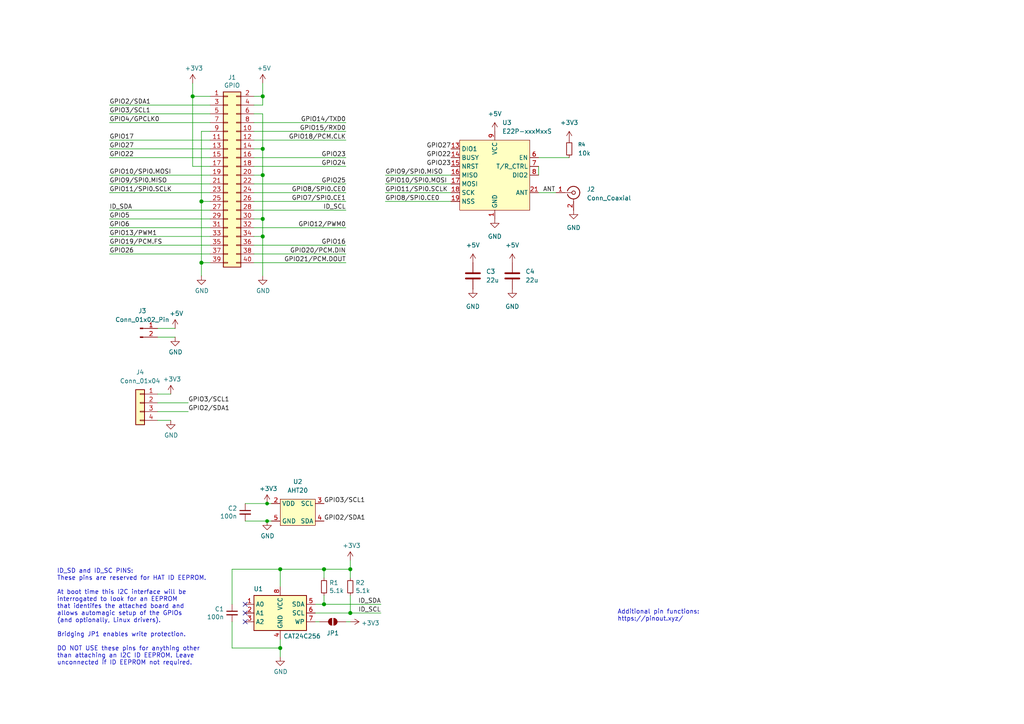
<source format=kicad_sch>
(kicad_sch (version 20250114) (generator "eeschema") (generator_version "9.0")
  (paper "A4")
  (title_block (date "15 nov 2012"))
  (lib_symbols
    (symbol "Connector:Conn_01x02_Pin" (pin_names (offset 1.016) (hide yes))
      (property "Reference" "J" (at 0 2.54 0))
      (property "Value" "Conn_01x02_Pin" (at 0 -5.08 0))
      (symbol "Conn_01x02_Pin_1_1"
        (rectangle (start 0.8636 0.127) (end 0 -0.127) (stroke (width 0.1524)) (fill (type outline)))
        (rectangle (start 0.8636 -2.413) (end 0 -2.667) (stroke (width 0.1524)) (fill (type outline)))
        (polyline (pts (xy 1.27 0) (xy 0.8636 0)) (stroke (width 0.1524)))
        (polyline (pts (xy 1.27 -2.54) (xy 0.8636 -2.54)) (stroke (width 0.1524)))
        (pin passive line (at 5.08 0 180) (length 3.81) (name "Pin_1") (number "1"))
        (pin passive line (at 5.08 -2.54 180) (length 3.81) (name "Pin_2") (number "2"))
      )
    )
    (symbol "Connector:Conn_Coaxial" (pin_names (offset 1.016) (hide yes))
      (property "Reference" "J" (at 0.254 3.048 0))
      (property "Value" "Conn_Coaxial" (at 2.921 0 90))
      (symbol "Conn_Coaxial_0_1"
        (polyline (pts (xy -2.54 0) (xy -0.508 0)))
        (arc (start 1.778 0) (mid 0.222 -1.8079) (end -1.778 -0.508) (stroke (width 0.254)))
        (arc (start -1.778 0.508) (mid 0.2221 1.8084) (end 1.778 0) (stroke (width 0.254)))
        (circle (center 0 0) (radius 0.508) (stroke (width 0.2032)))
        (polyline (pts (xy 0 -2.54) (xy 0 -1.778)))
      )
      (symbol "Conn_Coaxial_1_1"
        (pin passive line (at -5.08 0 0) (length 2.54) (name "In") (number "1"))
        (pin passive line (at 0 -5.08 90) (length 2.54) (name "Ext") (number "2"))
      )
    )
    (symbol "Connector_Generic:Conn_01x04" (pin_names (offset 1.016) (hide yes))
      (property "Reference" "J" (at 0 5.08 0))
      (property "Value" "Conn_01x04" (at 0 -7.62 0))
      (symbol "Conn_01x04_1_1"
        (rectangle (start -1.27 3.81) (end 1.27 -6.35) (stroke (width 0.254)) (fill (type background)))
        (rectangle (start -1.27 2.667) (end 0 2.413) (stroke (width 0.1524)))
        (rectangle (start -1.27 0.127) (end 0 -0.127) (stroke (width 0.1524)))
        (rectangle (start -1.27 -2.413) (end 0 -2.667) (stroke (width 0.1524)))
        (rectangle (start -1.27 -4.953) (end 0 -5.207) (stroke (width 0.1524)))
        (pin passive line (at -5.08 2.54 0) (length 3.81) (name "Pin_1") (number "1"))
        (pin passive line (at -5.08 0 0) (length 3.81) (name "Pin_2") (number "2"))
        (pin passive line (at -5.08 -2.54 0) (length 3.81) (name "Pin_3") (number "3"))
        (pin passive line (at -5.08 -5.08 0) (length 3.81) (name "Pin_4") (number "4"))
      )
    )
    (symbol "Connector_Generic:Conn_02x20_Odd_Even" (pin_names (offset 1.016) (hide yes))
      (property "Reference" "J" (at 1.27 25.4 0))
      (property "Value" "Conn_02x20_Odd_Even" (at 1.27 -27.94 0))
      (symbol "Conn_02x20_Odd_Even_1_1"
        (rectangle (start -1.27 24.13) (end 3.81 -26.67) (stroke (width 0.254)) (fill (type background)))
        (rectangle (start -1.27 22.987) (end 0 22.733) (stroke (width 0.1524)))
        (rectangle (start -1.27 20.447) (end 0 20.193) (stroke (width 0.1524)))
        (rectangle (start -1.27 17.907) (end 0 17.653) (stroke (width 0.1524)))
        (rectangle (start -1.27 15.367) (end 0 15.113) (stroke (width 0.1524)))
        (rectangle (start -1.27 12.827) (end 0 12.573) (stroke (width 0.1524)))
        (rectangle (start -1.27 10.287) (end 0 10.033) (stroke (width 0.1524)))
        (rectangle (start -1.27 7.747) (end 0 7.493) (stroke (width 0.1524)))
        (rectangle (start -1.27 5.207) (end 0 4.953) (stroke (width 0.1524)))
        (rectangle (start -1.27 2.667) (end 0 2.413) (stroke (width 0.1524)))
        (rectangle (start -1.27 0.127) (end 0 -0.127) (stroke (width 0.1524)))
        (rectangle (start -1.27 -2.413) (end 0 -2.667) (stroke (width 0.1524)))
        (rectangle (start -1.27 -4.953) (end 0 -5.207) (stroke (width 0.1524)))
        (rectangle (start -1.27 -7.493) (end 0 -7.747) (stroke (width 0.1524)))
        (rectangle (start -1.27 -10.033) (end 0 -10.287) (stroke (width 0.1524)))
        (rectangle (start -1.27 -12.573) (end 0 -12.827) (stroke (width 0.1524)))
        (rectangle (start -1.27 -15.113) (end 0 -15.367) (stroke (width 0.1524)))
        (rectangle (start -1.27 -17.653) (end 0 -17.907) (stroke (width 0.1524)))
        (rectangle (start -1.27 -20.193) (end 0 -20.447) (stroke (width 0.1524)))
        (rectangle (start -1.27 -22.733) (end 0 -22.987) (stroke (width 0.1524)))
        (rectangle (start -1.27 -25.273) (end 0 -25.527) (stroke (width 0.1524)))
        (rectangle (start 3.81 22.987) (end 2.54 22.733) (stroke (width 0.1524)))
        (rectangle (start 3.81 20.447) (end 2.54 20.193) (stroke (width 0.1524)))
        (rectangle (start 3.81 17.907) (end 2.54 17.653) (stroke (width 0.1524)))
        (rectangle (start 3.81 15.367) (end 2.54 15.113) (stroke (width 0.1524)))
        (rectangle (start 3.81 12.827) (end 2.54 12.573) (stroke (width 0.1524)))
        (rectangle (start 3.81 10.287) (end 2.54 10.033) (stroke (width 0.1524)))
        (rectangle (start 3.81 7.747) (end 2.54 7.493) (stroke (width 0.1524)))
        (rectangle (start 3.81 5.207) (end 2.54 4.953) (stroke (width 0.1524)))
        (rectangle (start 3.81 2.667) (end 2.54 2.413) (stroke (width 0.1524)))
        (rectangle (start 3.81 0.127) (end 2.54 -0.127) (stroke (width 0.1524)))
        (rectangle (start 3.81 -2.413) (end 2.54 -2.667) (stroke (width 0.1524)))
        (rectangle (start 3.81 -4.953) (end 2.54 -5.207) (stroke (width 0.1524)))
        (rectangle (start 3.81 -7.493) (end 2.54 -7.747) (stroke (width 0.1524)))
        (rectangle (start 3.81 -10.033) (end 2.54 -10.287) (stroke (width 0.1524)))
        (rectangle (start 3.81 -12.573) (end 2.54 -12.827) (stroke (width 0.1524)))
        (rectangle (start 3.81 -15.113) (end 2.54 -15.367) (stroke (width 0.1524)))
        (rectangle (start 3.81 -17.653) (end 2.54 -17.907) (stroke (width 0.1524)))
        (rectangle (start 3.81 -20.193) (end 2.54 -20.447) (stroke (width 0.1524)))
        (rectangle (start 3.81 -22.733) (end 2.54 -22.987) (stroke (width 0.1524)))
        (rectangle (start 3.81 -25.273) (end 2.54 -25.527) (stroke (width 0.1524)))
        (pin passive line (at -5.08 22.86 0) (length 3.81) (name "Pin_1") (number "1"))
        (pin passive line (at -5.08 20.32 0) (length 3.81) (name "Pin_3") (number "3"))
        (pin passive line (at -5.08 17.78 0) (length 3.81) (name "Pin_5") (number "5"))
        (pin passive line (at -5.08 15.24 0) (length 3.81) (name "Pin_7") (number "7"))
        (pin passive line (at -5.08 12.7 0) (length 3.81) (name "Pin_9") (number "9"))
        (pin passive line (at -5.08 10.16 0) (length 3.81) (name "Pin_11") (number "11"))
        (pin passive line (at -5.08 7.62 0) (length 3.81) (name "Pin_13") (number "13"))
        (pin passive line (at -5.08 5.08 0) (length 3.81) (name "Pin_15") (number "15"))
        (pin passive line (at -5.08 2.54 0) (length 3.81) (name "Pin_17") (number "17"))
        (pin passive line (at -5.08 0 0) (length 3.81) (name "Pin_19") (number "19"))
        (pin passive line (at -5.08 -2.54 0) (length 3.81) (name "Pin_21") (number "21"))
        (pin passive line (at -5.08 -5.08 0) (length 3.81) (name "Pin_23") (number "23"))
        (pin passive line (at -5.08 -7.62 0) (length 3.81) (name "Pin_25") (number "25"))
        (pin passive line (at -5.08 -10.16 0) (length 3.81) (name "Pin_27") (number "27"))
        (pin passive line (at -5.08 -12.7 0) (length 3.81) (name "Pin_29") (number "29"))
        (pin passive line (at -5.08 -15.24 0) (length 3.81) (name "Pin_31") (number "31"))
        (pin passive line (at -5.08 -17.78 0) (length 3.81) (name "Pin_33") (number "33"))
        (pin passive line (at -5.08 -20.32 0) (length 3.81) (name "Pin_35") (number "35"))
        (pin passive line (at -5.08 -22.86 0) (length 3.81) (name "Pin_37") (number "37"))
        (pin passive line (at -5.08 -25.4 0) (length 3.81) (name "Pin_39") (number "39"))
        (pin passive line (at 7.62 22.86 180) (length 3.81) (name "Pin_2") (number "2"))
        (pin passive line (at 7.62 20.32 180) (length 3.81) (name "Pin_4") (number "4"))
        (pin passive line (at 7.62 17.78 180) (length 3.81) (name "Pin_6") (number "6"))
        (pin passive line (at 7.62 15.24 180) (length 3.81) (name "Pin_8") (number "8"))
        (pin passive line (at 7.62 12.7 180) (length 3.81) (name "Pin_10") (number "10"))
        (pin passive line (at 7.62 10.16 180) (length 3.81) (name "Pin_12") (number "12"))
        (pin passive line (at 7.62 7.62 180) (length 3.81) (name "Pin_14") (number "14"))
        (pin passive line (at 7.62 5.08 180) (length 3.81) (name "Pin_16") (number "16"))
        (pin passive line (at 7.62 2.54 180) (length 3.81) (name "Pin_18") (number "18"))
        (pin passive line (at 7.62 0 180) (length 3.81) (name "Pin_20") (number "20"))
        (pin passive line (at 7.62 -2.54 180) (length 3.81) (name "Pin_22") (number "22"))
        (pin passive line (at 7.62 -5.08 180) (length 3.81) (name "Pin_24") (number "24"))
        (pin passive line (at 7.62 -7.62 180) (length 3.81) (name "Pin_26") (number "26"))
        (pin passive line (at 7.62 -10.16 180) (length 3.81) (name "Pin_28") (number "28"))
        (pin passive line (at 7.62 -12.7 180) (length 3.81) (name "Pin_30") (number "30"))
        (pin passive line (at 7.62 -15.24 180) (length 3.81) (name "Pin_32") (number "32"))
        (pin passive line (at 7.62 -17.78 180) (length 3.81) (name "Pin_34") (number "34"))
        (pin passive line (at 7.62 -20.32 180) (length 3.81) (name "Pin_36") (number "36"))
        (pin passive line (at 7.62 -22.86 180) (length 3.81) (name "Pin_38") (number "38"))
        (pin passive line (at 7.62 -25.4 180) (length 3.81) (name "Pin_40") (number "40"))
      )
    )
    (symbol "Device:C" (pin_numbers (hide yes)) (pin_names (offset 0.254))
      (property "Reference" "C" (at 0.635 2.54 0))
      (property "Value" "C" (at 0.635 -2.54 0))
      (symbol "C_0_1"
        (polyline (pts (xy -2.032 0.762) (xy 2.032 0.762)) (stroke (width 0.508)))
        (polyline (pts (xy -2.032 -0.762) (xy 2.032 -0.762)) (stroke (width 0.508)))
      )
      (symbol "C_1_1"
        (pin passive line (at 0 3.81 270) (length 2.794) (name "~") (number "1"))
        (pin passive line (at 0 -3.81 90) (length 2.794) (name "~") (number "2"))
      )
    )
    (symbol "Device:C_Small" (pin_numbers (hide yes)) (pin_names (offset 0.254) (hide yes))
      (property "Reference" "C" (at 0.254 1.778 0))
      (property "Value" "C_Small" (at 0.254 -2.032 0))
      (symbol "C_Small_0_1"
        (polyline (pts (xy -1.524 0.508) (xy 1.524 0.508)) (stroke (width 0.3048)))
        (polyline (pts (xy -1.524 -0.508) (xy 1.524 -0.508)) (stroke (width 0.3302)))
      )
      (symbol "C_Small_1_1"
        (pin passive line (at 0 2.54 270) (length 2.032) (name "~") (number "1"))
        (pin passive line (at 0 -2.54 90) (length 2.032) (name "~") (number "2"))
      )
    )
    (symbol "Device:R_Small" (pin_numbers (hide yes)) (pin_names (offset 0.254) (hide yes))
      (property "Reference" "R" (at 0.762 0.508 0))
      (property "Value" "R_Small" (at 0.762 -1.016 0))
      (symbol "R_Small_0_1"
        (rectangle (start -0.762 1.778) (end 0.762 -1.778) (stroke (width 0.2032)))
      )
      (symbol "R_Small_1_1"
        (pin passive line (at 0 2.54 270) (length 0.762) (name "~") (number "1"))
        (pin passive line (at 0 -2.54 90) (length 0.762) (name "~") (number "2"))
      )
    )
    (symbol "Jumper:SolderJumper_2_Open" (pin_numbers (hide yes)) (pin_names (offset 0) (hide yes)) (exclude_from_sim yes) (in_bom no)
      (property "Reference" "JP" (at 0 2.032 0))
      (property "Value" "SolderJumper_2_Open" (at 0 -2.54 0))
      (symbol "SolderJumper_2_Open_0_1"
        (polyline (pts (xy -0.254 1.016) (xy -0.254 -1.016)))
        (arc (start -0.254 -1.016) (mid -1.2656 0) (end -0.254 1.016))
        (arc (start -0.254 -1.016) (mid -1.2656 0) (end -0.254 1.016) (fill (type outline)))
        (arc (start 0.254 1.016) (mid 1.2656 0) (end 0.254 -1.016))
        (arc (start 0.254 1.016) (mid 1.2656 0) (end 0.254 -1.016) (fill (type outline)))
        (polyline (pts (xy 0.254 1.016) (xy 0.254 -1.016)))
      )
      (symbol "SolderJumper_2_Open_1_1"
        (pin passive line (at -3.81 0 0) (length 2.54) (name "A") (number "1"))
        (pin passive line (at 3.81 0 180) (length 2.54) (name "B") (number "2"))
      )
    )
    (symbol "Memory_EEPROM:CAT24C256"
      (property "Reference" "U" (at -6.35 6.35 0))
      (property "Value" "CAT24C256" (at 1.27 6.35 0))
      (symbol "CAT24C256_1_1"
        (rectangle (start -7.62 5.08) (end 7.62 -5.08) (stroke (width 0.254)) (fill (type background)))
        (pin input line (at -10.16 2.54 0) (length 2.54) (name "A0") (number "1"))
        (pin input line (at -10.16 0 0) (length 2.54) (name "A1") (number "2"))
        (pin input line (at -10.16 -2.54 0) (length 2.54) (name "A2") (number "3"))
        (pin power_in line (at 0 7.62 270) (length 2.54) (name "VCC") (number "8"))
        (pin power_in line (at 0 -7.62 90) (length 2.54) (name "GND") (number "4"))
        (pin bidirectional line (at 10.16 2.54 180) (length 2.54) (name "SDA") (number "5"))
        (pin input line (at 10.16 0 180) (length 2.54) (name "SCL") (number "6"))
        (pin input line (at 10.16 -2.54 180) (length 2.54) (name "WP") (number "7"))
      )
    )
    (symbol "R_Small_2" (pin_numbers (hide yes)) (pin_names (offset 0.254) (hide yes))
      (property "Reference" "R" (at 0 0 90))
      (property "Value" "R_Small" (at 1.778 0 90))
      (symbol "R_Small_2_0_1"
        (rectangle (start -0.762 1.778) (end 0.762 -1.778) (stroke (width 0.2032)))
      )
      (symbol "R_Small_2_1_1"
        (pin passive line (at 0 2.54 270) (length 0.762) (name "~") (number "1"))
        (pin passive line (at 0 -2.54 90) (length 0.762) (name "~") (number "2"))
      )
    )
    (symbol "power:+3.3V" (power) (pin_numbers (hide yes)) (pin_names (offset 0) (hide yes))
      (property "Value" "+3.3V" (at 0 3.556 0))
      (symbol "+3.3V_0_1"
        (polyline (pts (xy -0.762 1.27) (xy 0 2.54)))
        (polyline (pts (xy 0 2.54) (xy 0.762 1.27)))
        (polyline (pts (xy 0 0) (xy 0 2.54)))
      )
      (symbol "+3.3V_1_1"
        (pin power_in line (at 0 0 90) (length 0) (name "~") (number "1"))
      )
    )
    (symbol "power:+3V3" (power) (pin_numbers (hide yes)) (pin_names (offset 0) (hide yes))
      (property "Value" "+3V3" (at 0 3.556 0))
      (symbol "+3V3_0_1"
        (polyline (pts (xy -0.762 1.27) (xy 0 2.54)))
        (polyline (pts (xy 0 2.54) (xy 0.762 1.27)))
        (polyline (pts (xy 0 0) (xy 0 2.54)))
      )
      (symbol "+3V3_1_1"
        (pin power_in line (at 0 0 90) (length 0) (name "~") (number "1"))
      )
    )
    (symbol "power:+5V" (power) (pin_numbers (hide yes)) (pin_names (offset 0) (hide yes))
      (property "Value" "+5V" (at 0 3.556 0))
      (symbol "+5V_0_1"
        (polyline (pts (xy -0.762 1.27) (xy 0 2.54)))
        (polyline (pts (xy 0 2.54) (xy 0.762 1.27)))
        (polyline (pts (xy 0 0) (xy 0 2.54)))
      )
      (symbol "+5V_1_1"
        (pin power_in line (at 0 0 90) (length 0) (name "~") (number "1"))
      )
    )
    (symbol "power:GND" (power) (pin_numbers (hide yes)) (pin_names (offset 0) (hide yes))
      (property "Value" "GND" (at 0 -3.81 0))
      (symbol "GND_0_1"
        (polyline (pts (xy 0 0) (xy 0 -1.27) (xy 1.27 -1.27) (xy 0 -2.54) (xy -1.27 -1.27) (xy 0 -1.27)))
      )
      (symbol "GND_1_1"
        (pin power_in line (at 0 0 270) (length 0) (name "~") (number "1"))
      )
    )
    (symbol "stary:AHT20"
      (property "Reference" "U" (at 0 11.684 0))
      (property "Value" "AHT20" (at 0 0 0))
      (symbol "AHT20_1_1"
        (rectangle (start -5.08 3.81) (end 5.08 -3.81) (fill (type background)))
        (pin power_in line (at -7.62 2.54 0) (length 2.54) (name "VDD") (number "2"))
        (pin power_in line (at -7.62 -2.54 0) (length 2.54) (name "GND") (number "5"))
        (pin no_connect line (at 1.27 -8.89 180) (length 2.54) (hide yes) (name "NC") (number "1"))
        (pin no_connect line (at 1.27 -11.43 180) (length 2.54) (hide yes) (name "NC") (number "6"))
        (pin bidirectional line (at 7.62 2.54 180) (length 2.54) (name "SCL") (number "3"))
        (pin bidirectional line (at 7.62 -2.54 180) (length 2.54) (name "SDA") (number "4"))
      )
    )
    (symbol "stary:Ebyte_E22P-30"
      (property "Reference" "U" (at 0 13.716 0))
      (property "Value" "E22P-xxxMxxS" (at 0 0 0))
      (symbol "Ebyte_E22P-30_1_1"
        (rectangle (start -10.16 10.16) (end 10.16 -10.16) (fill (type background)))
        (pin bidirectional line (at -12.7 7.62 0) (length 2.54) (name "DIO1") (number "13"))
        (pin output line (at -12.7 5.08 0) (length 2.54) (name "BUSY") (number "14"))
        (pin input line (at -12.7 2.54 0) (length 2.54) (name "NRST") (number "15"))
        (pin output line (at -12.7 0 0) (length 2.54) (name "MISO") (number "16"))
        (pin input line (at -12.7 -2.54 0) (length 2.54) (name "MOSI") (number "17"))
        (pin input line (at -12.7 -5.08 0) (length 2.54) (name "SCK") (number "18"))
        (pin input line (at -12.7 -7.62 0) (length 2.54) (name "NSS") (number "19"))
        (pin power_in line (at 0 12.7 270) (length 2.54) (hide yes) (name "VCC") (number "10"))
        (pin power_in line (at 0 12.7 270) (length 2.54) (name "VCC") (number "9"))
        (pin power_in line (at 0 -12.7 90) (length 2.54) (name "GND") (number "1"))
        (pin power_in line (at 0 -12.7 90) (length 2.54) (hide yes) (name "GND") (number "11"))
        (pin power_in line (at 0 -12.7 90) (length 2.54) (hide yes) (name "GND") (number "12"))
        (pin power_in line (at 0 -12.7 90) (length 2.54) (hide yes) (name "GND") (number "2"))
        (pin power_in line (at 0 -12.7 90) (length 2.54) (hide yes) (name "GND") (number "20"))
        (pin power_in line (at 0 -12.7 90) (length 2.54) (hide yes) (name "GND") (number "22"))
        (pin power_in line (at 0 -12.7 90) (length 2.54) (hide yes) (name "GND") (number "3"))
        (pin power_in line (at 0 -12.7 90) (length 2.54) (hide yes) (name "GND") (number "4"))
        (pin power_in line (at 0 -12.7 90) (length 2.54) (hide yes) (name "GND") (number "5"))
        (pin input line (at 12.7 5.08 180) (length 2.54) (name "EN") (number "6"))
        (pin input line (at 12.7 2.54 180) (length 2.54) (name "T/R_CTRL") (number "7"))
        (pin input line (at 12.7 0 180) (length 2.54) (name "DIO2") (number "8"))
        (pin output line (at 12.7 -5.08 180) (length 2.54) (name "ANT") (number "21"))
      )
    )
  )
  (text "ID_SD and ID_SC PINS:\nThese pins are reserved for HAT ID EEPROM.\n\nAt boot time this I2C interface will be\ninterrogated to look for an EEPROM\nthat identifes the attached board and\nallows automagic setup of the GPIOs\n(and optionally, Linux drivers).\n\nBridging JP1 enables write protection.\n\nDO NOT USE these pins for anything other\nthan attaching an I2C ID EEPROM. Leave\nunconnected if ID EEPROM not required." (at 16.51 193.04 0) (effects (font (size 1.27 1.27)) (justify left bottom)))
  (text "Use JLC04161H-7628, 50ohm on L1 with L2 reference = 0.3493mm thickness" (at 133.604 -7.62 0) (effects (font (size 5 5))))
  (text "Additional pin functions:\nhttps://pinout.xyz/" (at 179.07 180.34 0) (effects (font (size 1.27 1.27)) (justify left bottom)))
  (junction (at 76.2 63.5) (diameter 1.016))
  (junction (at 101.6 165.1) (diameter 1.016))
  (junction (at 55.88 27.94) (diameter 1.016))
  (junction (at 76.2 68.58) (diameter 1.016))
  (junction (at 93.98 175.26) (diameter 1.016))
  (junction (at 77.47 151.13))
  (junction (at 58.42 58.42) (diameter 1.016))
  (junction (at 76.2 50.8) (diameter 1.016))
  (junction (at 76.2 43.18) (diameter 1.016))
  (junction (at 93.98 165.1) (diameter 1.016))
  (junction (at 81.28 187.96) (diameter 1.016))
  (junction (at 81.28 165.1) (diameter 1.016))
  (junction (at 77.47 146.05))
  (junction (at 58.42 76.2) (diameter 1.016))
  (junction (at 76.2 27.94) (diameter 1.016))
  (junction (at 101.6 177.8) (diameter 1.016))
  (no_connect (at 71.12 175.26))
  (no_connect (at 71.12 177.8))
  (no_connect (at 71.12 180.34))
  (wire (pts (xy 58.42 58.42) (xy 58.42 76.2)))
  (wire (pts (xy 73.66 58.42) (xy 100.33 58.42)))
  (wire (pts (xy 111.76 50.8) (xy 130.81 50.8)))
  (wire (pts (xy 60.96 40.64) (xy 31.75 40.64)))
  (wire (pts (xy 81.28 165.1) (xy 93.98 165.1)))
  (wire (pts (xy 101.6 165.1) (xy 93.98 165.1)))
  (wire (pts (xy 101.6 167.64) (xy 101.6 165.1)))
  (wire (pts (xy 156.21 48.26) (xy 156.21 50.8)))
  (wire (pts (xy 76.2 33.02) (xy 76.2 43.18)))
  (wire (pts (xy 76.2 50.8) (xy 73.66 50.8)))
  (wire (pts (xy 54.61 119.38) (xy 45.72 119.38)))
  (wire (pts (xy 76.2 63.5) (xy 76.2 68.58)))
  (wire (pts (xy 76.2 50.8) (xy 76.2 63.5)))
  (wire (pts (xy 73.66 35.56) (xy 100.33 35.56)))
  (wire (pts (xy 58.42 38.1) (xy 58.42 58.42)))
  (wire (pts (xy 91.44 175.26) (xy 93.98 175.26)))
  (wire (pts (xy 93.98 175.26) (xy 110.49 175.26)))
  (wire (pts (xy 58.42 38.1) (xy 60.96 38.1)))
  (wire (pts (xy 91.44 180.34) (xy 92.71 180.34)))
  (wire (pts (xy 100.33 180.34) (xy 101.6 180.34)))
  (wire (pts (xy 73.66 55.88) (xy 100.33 55.88)))
  (wire (pts (xy 60.96 60.96) (xy 31.75 60.96)))
  (wire (pts (xy 31.75 63.5) (xy 60.96 63.5)))
  (wire (pts (xy 71.12 146.05) (xy 77.47 146.05)))
  (wire (pts (xy 58.42 58.42) (xy 60.96 58.42)))
  (wire (pts (xy 101.6 162.56) (xy 101.6 165.1)))
  (wire (pts (xy 73.66 45.72) (xy 100.33 45.72)))
  (wire (pts (xy 81.28 165.1) (xy 81.28 170.18)))
  (wire (pts (xy 73.66 76.2) (xy 100.33 76.2)))
  (wire (pts (xy 58.42 76.2) (xy 58.42 80.01)))
  (wire (pts (xy 31.75 43.18) (xy 60.96 43.18)))
  (wire (pts (xy 101.6 172.72) (xy 101.6 177.8)))
  (wire (pts (xy 55.88 24.13) (xy 55.88 27.94)))
  (wire (pts (xy 71.12 151.13) (xy 77.47 151.13)))
  (wire (pts (xy 76.2 68.58) (xy 73.66 68.58)))
  (wire (pts (xy 31.75 33.02) (xy 60.96 33.02)))
  (wire (pts (xy 31.75 55.88) (xy 60.96 55.88)))
  (wire (pts (xy 55.88 48.26) (xy 60.96 48.26)))
  (wire (pts (xy 60.96 30.48) (xy 31.75 30.48)))
  (wire (pts (xy 76.2 27.94) (xy 76.2 30.48)))
  (wire (pts (xy 76.2 43.18) (xy 76.2 50.8)))
  (wire (pts (xy 73.66 40.64) (xy 100.33 40.64)))
  (wire (pts (xy 50.8 95.25) (xy 45.72 95.25)))
  (wire (pts (xy 76.2 43.18) (xy 73.66 43.18)))
  (wire (pts (xy 76.2 24.13) (xy 76.2 27.94)))
  (wire (pts (xy 31.75 35.56) (xy 60.96 35.56)))
  (wire (pts (xy 93.98 165.1) (xy 93.98 167.64)))
  (wire (pts (xy 76.2 27.94) (xy 73.66 27.94)))
  (wire (pts (xy 55.88 27.94) (xy 55.88 48.26)))
  (wire (pts (xy 73.66 48.26) (xy 100.33 48.26)))
  (wire (pts (xy 73.66 38.1) (xy 100.33 38.1)))
  (wire (pts (xy 93.98 172.72) (xy 93.98 175.26)))
  (wire (pts (xy 91.44 177.8) (xy 101.6 177.8)))
  (wire (pts (xy 101.6 177.8) (xy 110.49 177.8)))
  (wire (pts (xy 31.75 45.72) (xy 60.96 45.72)))
  (wire (pts (xy 31.75 53.34) (xy 60.96 53.34)))
  (wire (pts (xy 31.75 66.04) (xy 60.96 66.04)))
  (wire (pts (xy 76.2 30.48) (xy 73.66 30.48)))
  (wire (pts (xy 111.76 58.42) (xy 130.81 58.42)))
  (wire (pts (xy 49.53 114.3) (xy 45.72 114.3)))
  (wire (pts (xy 111.76 53.34) (xy 130.81 53.34)))
  (wire (pts (xy 31.75 71.12) (xy 60.96 71.12)))
  (wire (pts (xy 73.66 71.12) (xy 100.33 71.12)))
  (wire (pts (xy 165.1 45.72) (xy 156.21 45.72)))
  (wire (pts (xy 73.66 66.04) (xy 100.33 66.04)))
  (wire (pts (xy 58.42 76.2) (xy 60.96 76.2)))
  (wire (pts (xy 50.8 97.79) (xy 45.72 97.79)))
  (wire (pts (xy 73.66 73.66) (xy 100.33 73.66)))
  (wire (pts (xy 156.21 55.88) (xy 161.29 55.88)))
  (wire (pts (xy 76.2 33.02) (xy 73.66 33.02)))
  (wire (pts (xy 31.75 73.66) (xy 60.96 73.66)))
  (wire (pts (xy 67.31 165.1) (xy 67.31 175.26)))
  (wire (pts (xy 67.31 180.34) (xy 67.31 187.96)))
  (wire (pts (xy 67.31 187.96) (xy 81.28 187.96)))
  (wire (pts (xy 81.28 165.1) (xy 67.31 165.1)))
  (wire (pts (xy 111.76 55.88) (xy 130.81 55.88)))
  (wire (pts (xy 81.28 185.42) (xy 81.28 187.96)))
  (wire (pts (xy 81.28 187.96) (xy 81.28 190.5)))
  (wire (pts (xy 77.47 151.13) (xy 78.74 151.13)))
  (wire (pts (xy 49.53 121.92) (xy 45.72 121.92)))
  (wire (pts (xy 76.2 68.58) (xy 76.2 80.01)))
  (wire (pts (xy 73.66 53.34) (xy 100.33 53.34)))
  (wire (pts (xy 60.96 68.58) (xy 31.75 68.58)))
  (wire (pts (xy 76.2 63.5) (xy 73.66 63.5)))
  (wire (pts (xy 55.88 27.94) (xy 60.96 27.94)))
  (wire (pts (xy 77.47 146.05) (xy 78.74 146.05)))
  (wire (pts (xy 54.61 116.84) (xy 45.72 116.84)))
  (wire (pts (xy 60.96 50.8) (xy 31.75 50.8)))
  (wire (pts (xy 73.66 60.96) (xy 100.33 60.96)))
  (label "GPIO9{slash}SPI0.MISO" (at 111.76 50.8 0))
  (label "ID_SDA" (at 31.75 60.96 0))
  (label "GPIO6" (at 31.75 66.04 0))
  (label "GPIO8{slash}SPI0.CE0" (at 111.76 58.42 0))
  (label "ID_SDA" (at 110.49 175.26 180))
  (label "ID_SCL" (at 100.33 60.96 180))
  (label "GPIO5" (at 31.75 63.5 0))
  (label "GPIO21{slash}PCM.DOUT" (at 100.33 76.2 180))
  (label "GPIO19{slash}PCM.FS" (at 31.75 71.12 0))
  (label "GPIO10{slash}SPI0.MOSI" (at 31.75 50.8 0))
  (label "GPIO11{slash}SPI0.SCLK" (at 111.76 55.88 0))
  (label "GPIO9{slash}SPI0.MISO" (at 31.75 53.34 0))
  (label "GPIO23" (at 100.33 45.72 180))
  (label "GPIO4{slash}GPCLK0" (at 31.75 35.56 0))
  (label "GPIO27" (at 31.75 43.18 0))
  (label "GPIO26" (at 31.75 73.66 0))
  (label "GPIO14{slash}TXD0" (at 100.33 35.56 180))
  (label "GPIO8{slash}SPI0.CE0" (at 100.33 55.88 180))
  (label "GPIO15{slash}RXD0" (at 100.33 38.1 180))
  (label "GPIO16" (at 100.33 71.12 180))
  (label "GPIO3{slash}SCL1" (at 54.61 116.84 0))
  (label "GPIO22" (at 31.75 45.72 0))
  (label "GPIO22" (at 130.81 45.72 180))
  (label "ANT" (at 157.48 55.88 0))
  (label "GPIO2{slash}SDA1" (at 31.75 30.48 0))
  (label "GPIO17" (at 31.75 40.64 0))
  (label "GPIO25" (at 100.33 53.34 180))
  (label "GPIO3{slash}SCL1" (at 31.75 33.02 0))
  (label "GPIO18{slash}PCM.CLK" (at 100.33 40.64 180))
  (label "GPIO12{slash}PWM0" (at 100.33 66.04 180))
  (label "GPIO13{slash}PWM1" (at 31.75 68.58 0))
  (label "GPIO20{slash}PCM.DIN" (at 100.33 73.66 180))
  (label "GPIO24" (at 100.33 48.26 180))
  (label "GPIO7{slash}SPI0.CE1" (at 100.33 58.42 180))
  (label "GPIO2{slash}SDA1" (at 54.61 119.38 0))
  (label "GPIO3{slash}SCL1" (at 93.98 146.05 0))
  (label "GPIO2{slash}SDA1" (at 93.98 151.13 0))
  (label "ID_SCL" (at 110.49 177.8 180))
  (label "GPIO27" (at 130.81 43.18 180))
  (label "GPIO10{slash}SPI0.MOSI" (at 111.76 53.34 0))
  (label "GPIO23" (at 130.81 48.26 180))
  (label "GPIO11{slash}SPI0.SCLK" (at 31.75 55.88 0))
  (symbol (lib_id "power:+5V") (at 76.2 24.13 0) (unit 1)
    (property "Reference" "#PWR01" (effects (hide yes)))
    (property "Value" "+5V" (at 76.5683 19.8056 0))
    (property "Description" "Power symbol creates a global label with name \"+5V\"" (effects (hide yes)))
  )
  (symbol (lib_id "power:+3.3V") (at 55.88 24.13 0) (unit 1)
    (property "Reference" "#PWR04" (effects (hide yes)))
    (property "Value" "+3V3" (at 56.2483 19.8056 0))
    (property "Description" "Power symbol creates a global label with name \"+3.3V\"" (effects (hide yes)))
  )
  (symbol (lib_id "power:GND") (at 76.2 80.01 0) (unit 1)
    (property "Reference" "#PWR02" (effects (hide yes)))
    (property "Value" "GND" (at 76.3143 84.3344 0))
    (property "Description" "Power symbol creates a global label with name \"GND\" , ground" (effects (hide yes)))
  )
  (symbol (lib_id "power:GND") (at 58.42 80.01 0) (unit 1)
    (property "Reference" "#PWR03" (effects (hide yes)))
    (property "Value" "GND" (at 58.5343 84.3344 0))
    (property "Description" "Power symbol creates a global label with name \"GND\" , ground" (effects (hide yes)))
  )
  (symbol (lib_id "Connector_Generic:Conn_02x20_Odd_Even") (at 66.04 50.8 0) (unit 1)
    (property "Reference" "J1" (at 67.31 22.4598 0))
    (property "Value" "GPIO" (at 67.31 24.765 0))
    (property "Footprint" "Connector_PinSocket_2.54mm:PinSocket_2x20_P2.54mm_Vertical_SMD" (effects (hide yes)))
    (property "Description" "Generic connector, double row, 02x20, odd/even pin numbering scheme (row 1 odd numbers, row 2 even numbers), script generated (kicad-library-utils/schlib/autogen/connector/)" (effects (hide yes)))
  )
  (symbol (lib_id "power:+3V3") (at 165.1 40.64 0) (unit 1)
    (property "Reference" "#PWR08" (effects (hide yes)))
    (property "Value" "+3V3" (at 165.1 35.56 0))
    (property "Description" "Power symbol creates a global label with name \"+3V3\"" (effects (hide yes)))
  )
  (symbol (lib_id "Connector:Conn_Coaxial") (at 166.37 55.88 0) (unit 1)
    (property "Reference" "J2" (at 170.18 54.9031 0) (effects (justify left)))
    (property "Value" "Conn_Coaxial" (at 170.18 57.4431 0) (effects (justify left)))
    (property "Footprint" "Connector_Coaxial:SMA_Amphenol_901-144_Vertical" (effects (hide yes)))
    (property "Description" "coaxial connector (BNC, SMA, SMB, SMC, Cinch/RCA, LEMO, ...)" (effects (hide yes)))
  )
  (symbol (lib_id "power:+3.3V") (at 49.53 114.3 0) (unit 1)
    (property "Reference" "#PWR018" (effects (hide yes)))
    (property "Value" "+3V3" (at 49.8983 109.9756 0))
    (property "Description" "Power symbol creates a global label with name \"+3.3V\"" (effects (hide yes)))
  )
  (symbol (lib_id "Device:C_Small") (at 67.31 177.8 0) (unit 1)
    (property "Reference" "C1" (at 64.9858 176.6506 0) (effects (justify right)))
    (property "Value" "100n" (at 64.9858 178.9493 0) (effects (justify right)))
    (property "Footprint" "Capacitor_SMD:C_0603_1608Metric" (effects (hide yes)))
    (property "Description" "Unpolarized capacitor, small symbol" (effects (hide yes)))
  )
  (symbol (lib_id "power:+5V") (at 143.51 38.1 0) (unit 1)
    (property "Reference" "#PWR05" (effects (hide yes)))
    (property "Value" "+5V" (at 143.51 33.02 0))
    (property "Description" "Power symbol creates a global label with name \"+5V\"" (effects (hide yes)))
  )
  (symbol (lib_id "power:+5V") (at 50.8 95.25 0) (unit 1)
    (property "Reference" "#PWR016" (effects (hide yes)))
    (property "Value" "+5V" (at 51.1683 90.9256 0))
    (property "Description" "Power symbol creates a global label with name \"+5V\"" (effects (hide yes)))
  )
  (symbol (lib_id "power:GND") (at 77.47 151.13 0) (unit 1)
    (property "Reference" "#PWR010" (effects (hide yes)))
    (property "Value" "GND" (at 77.5843 155.4544 0))
    (property "Description" "Power symbol creates a global label with name \"GND\" , ground" (effects (hide yes)))
  )
  (symbol (lib_id "power:GND") (at 143.51 63.5 0) (unit 1)
    (property "Reference" "#PWR06" (effects (hide yes)))
    (property "Value" "GND" (at 143.51 68.58 0))
    (property "Description" "Power symbol creates a global label with name \"GND\" , ground" (effects (hide yes)))
  )
  (symbol (lib_id "Device:R_Small") (at 93.98 170.18 0) (unit 1)
    (property "Reference" "R1" (at 95.4786 169.037 0) (effects (justify left)))
    (property "Value" "5.1k" (at 95.4787 171.3293 0) (effects (justify left)))
    (property "Footprint" "Resistor_SMD:R_0603_1608Metric" (effects (hide yes)))
    (property "Description" "Resistor, small symbol" (effects (hide yes)))
  )
  (symbol (lib_id "power:GND") (at 50.8 97.79 0) (unit 1)
    (property "Reference" "#PWR015" (effects (hide yes)))
    (property "Value" "GND" (at 50.9143 102.1144 0))
    (property "Description" "Power symbol creates a global label with name \"GND\" , ground" (effects (hide yes)))
  )
  (symbol (lib_id "Jumper:SolderJumper_2_Open") (at 96.52 180.34 0) (unit 1)
    (property "Reference" "JP1" (at 96.52 183.623 0))
    (property "Value" "ID_WP" (effects (hide yes)))
    (property "Footprint" "Jumper:SolderJumper-2_P1.3mm_Open_RoundedPad1.0x1.5mm" (effects (hide yes)))
    (property "Description" "Solder Jumper, 2-pole, open" (effects (hide yes)))
  )
  (symbol (lib_id "stary:AHT20") (at 86.36 148.59 0) (unit 1)
    (property "Reference" "U2" (at 86.36 139.7 0))
    (property "Value" "AHT20" (at 86.36 142.24 0))
    (property "Footprint" "stary:AHT20" (effects (hide yes)))
  )
  (symbol (lib_id "Device:C") (at 137.16 80.01 0) (unit 1)
    (property "Reference" "C3" (at 140.97 78.7399 0) (effects (justify left)))
    (property "Value" "22u" (at 140.97 81.2799 0) (effects (justify left)))
    (property "Footprint" "Capacitor_SMD:C_1206_3216Metric" (effects (hide yes)))
    (property "Description" "Unpolarized capacitor" (effects (hide yes)))
  )
  (symbol (lib_id "Device:C_Small") (at 71.12 148.59 0) (unit 1)
    (property "Reference" "C2" (at 68.7958 147.4406 0) (effects (justify right)))
    (property "Value" "100n" (at 68.7958 149.7393 0) (effects (justify right)))
    (property "Footprint" "Capacitor_SMD:C_0603_1608Metric" (effects (hide yes)))
    (property "Description" "Unpolarized capacitor, small symbol" (effects (hide yes)))
  )
  (symbol (lib_id "Device:R_Small") (at 101.6 170.18 0) (unit 1)
    (property "Reference" "R2" (at 103.0986 169.037 0) (effects (justify left)))
    (property "Value" "5.1k" (at 103.0987 171.3293 0) (effects (justify left)))
    (property "Footprint" "Resistor_SMD:R_0603_1608Metric" (effects (hide yes)))
    (property "Description" "Resistor, small symbol" (effects (hide yes)))
  )
  (symbol (lib_id "power:+3.3V") (at 77.47 146.05 0) (unit 1)
    (property "Reference" "#PWR09" (effects (hide yes)))
    (property "Value" "+3V3" (at 77.8383 141.7256 0))
    (property "Description" "Power symbol creates a global label with name \"+3.3V\"" (effects (hide yes)))
  )
  (symbol (lib_id "power:+3.3V") (at 101.6 162.56 0) (unit 1)
    (property "Reference" "#PWR0101" (effects (hide yes)))
    (property "Value" "+3V3" (at 101.9683 158.2356 0))
    (property "Description" "Power symbol creates a global label with name \"+3.3V\"" (effects (hide yes)))
  )
  (symbol (lib_id "stary:Ebyte_E22P-30") (at 143.51 50.8 0) (unit 1)
    (property "Reference" "U3" (at 145.6533 35.56 0) (effects (justify left)))
    (property "Value" "E22P-xxxMxxS" (at 145.6533 38.1 0) (effects (justify left)))
    (property "Footprint" "stary:E22P-xxxM30S" (effects (hide yes)))
  )
  (symbol (lib_id "Connector_Generic:Conn_01x04") (at 40.64 116.84 0) (mirror y) (unit 1)
    (property "Reference" "J4" (at 40.64 107.95 0))
    (property "Value" "Conn_01x04" (at 40.64 110.49 0))
    (property "Footprint" "Connector_PinHeader_2.54mm:PinHeader_1x04_P2.54mm_Vertical" (effects (hide yes)))
    (property "Description" "Generic connector, single row, 01x04, script generated (kicad-library-utils/schlib/autogen/connector/)" (effects (hide yes)))
  )
  (symbol (lib_id "Memory_EEPROM:CAT24C256") (at 81.28 177.8 0) (unit 1)
    (property "Reference" "U1" (at 74.93 170.7958 0))
    (property "Value" "CAT24C256" (at 87.63 184.5245 0))
    (property "Footprint" "Package_SO:SOIC-8_3.9x4.9mm_P1.27mm" (effects (hide yes)))
    (property "Datasheet" "https://www.onsemi.cn/PowerSolutions/document/CAT24C256-D.PDF" (effects (hide yes)))
    (property "Description" "256 kb CMOS Serial EEPROM, DIP-8/SOIC-8/TSSOP-8/DFN-8" (effects (hide yes)))
  )
  (symbol (lib_id "Device:C") (at 148.59 80.01 0) (unit 1)
    (property "Reference" "C4" (at 152.4 78.7399 0) (effects (justify left)))
    (property "Value" "22u" (at 152.4 81.2799 0) (effects (justify left)))
    (property "Footprint" "Capacitor_SMD:C_1206_3216Metric" (effects (hide yes)))
    (property "Description" "Unpolarized capacitor" (effects (hide yes)))
  )
  (symbol (lib_id "power:GND") (at 148.59 83.82 0) (unit 1)
    (property "Reference" "#PWR014" (effects (hide yes)))
    (property "Value" "GND" (at 148.59 88.9 0))
    (property "Description" "Power symbol creates a global label with name \"GND\" , ground" (effects (hide yes)))
  )
  (symbol (lib_name "R_Small_2") (lib_id "Device:R_Small") (at 165.1 43.18 0) (unit 1)
    (property "Reference" "R4" (at 167.64 41.9099 0) (effects (font (size 1.016 1.016)) (justify left)))
    (property "Value" "10k" (at 167.64 44.4499 0) (effects (justify left)))
    (property "Footprint" "Resistor_SMD:R_0603_1608Metric" (effects (hide yes)))
    (property "Description" "Resistor, small symbol" (effects (hide yes)))
  )
  (symbol (lib_id "power:GND") (at 166.37 60.96 0) (unit 1)
    (property "Reference" "#PWR07" (effects (hide yes)))
    (property "Value" "GND" (at 166.37 66.04 0))
    (property "Description" "Power symbol creates a global label with name \"GND\" , ground" (effects (hide yes)))
  )
  (symbol (lib_id "power:GND") (at 49.53 121.92 0) (unit 1)
    (property "Reference" "#PWR017" (effects (hide yes)))
    (property "Value" "GND" (at 49.6443 126.2444 0))
    (property "Description" "Power symbol creates a global label with name \"GND\" , ground" (effects (hide yes)))
  )
  (symbol (lib_id "power:GND") (at 81.28 190.5 0) (unit 1)
    (property "Reference" "#PWR0102" (effects (hide yes)))
    (property "Value" "GND" (at 81.3943 194.8244 0))
    (property "Description" "Power symbol creates a global label with name \"GND\" , ground" (effects (hide yes)))
  )
  (symbol (lib_id "power:GND") (at 137.16 83.82 0) (unit 1)
    (property "Reference" "#PWR012" (effects (hide yes)))
    (property "Value" "GND" (at 137.16 88.9 0))
    (property "Description" "Power symbol creates a global label with name \"GND\" , ground" (effects (hide yes)))
  )
  (symbol (lib_id "power:+3.3V") (at 101.6 180.34 270) (unit 1)
    (property "Reference" "#PWR0103" (effects (hide yes)))
    (property "Value" "+3V3" (at 104.7751 180.7083 90) (effects (justify left)))
    (property "Description" "Power symbol creates a global label with name \"+3.3V\"" (effects (hide yes)))
  )
  (symbol (lib_id "Connector:Conn_01x02_Pin") (at 40.64 95.25 0) (unit 1)
    (property "Reference" "J3" (at 41.275 90.17 0))
    (property "Value" "Conn_01x02_Pin" (at 41.275 92.71 0))
    (property "Footprint" "Connector_JST:JST_XH_B2B-XH-A_1x02_P2.50mm_Vertical" (effects (hide yes)))
    (property "Description" "Generic connector, single row, 01x02, script generated" (effects (hide yes)))
  )
  (symbol (lib_id "power:+5V") (at 137.16 76.2 0) (unit 1)
    (property "Reference" "#PWR011" (effects (hide yes)))
    (property "Value" "+5V" (at 137.16 71.12 0))
    (property "Description" "Power symbol creates a global label with name \"+5V\"" (effects (hide yes)))
  )
  (symbol (lib_id "power:+5V") (at 148.59 76.2 0) (unit 1)
    (property "Reference" "#PWR013" (effects (hide yes)))
    (property "Value" "+5V" (at 148.59 71.12 0))
    (property "Description" "Power symbol creates a global label with name \"+5V\"" (effects (hide yes)))
  )
)
</source>
